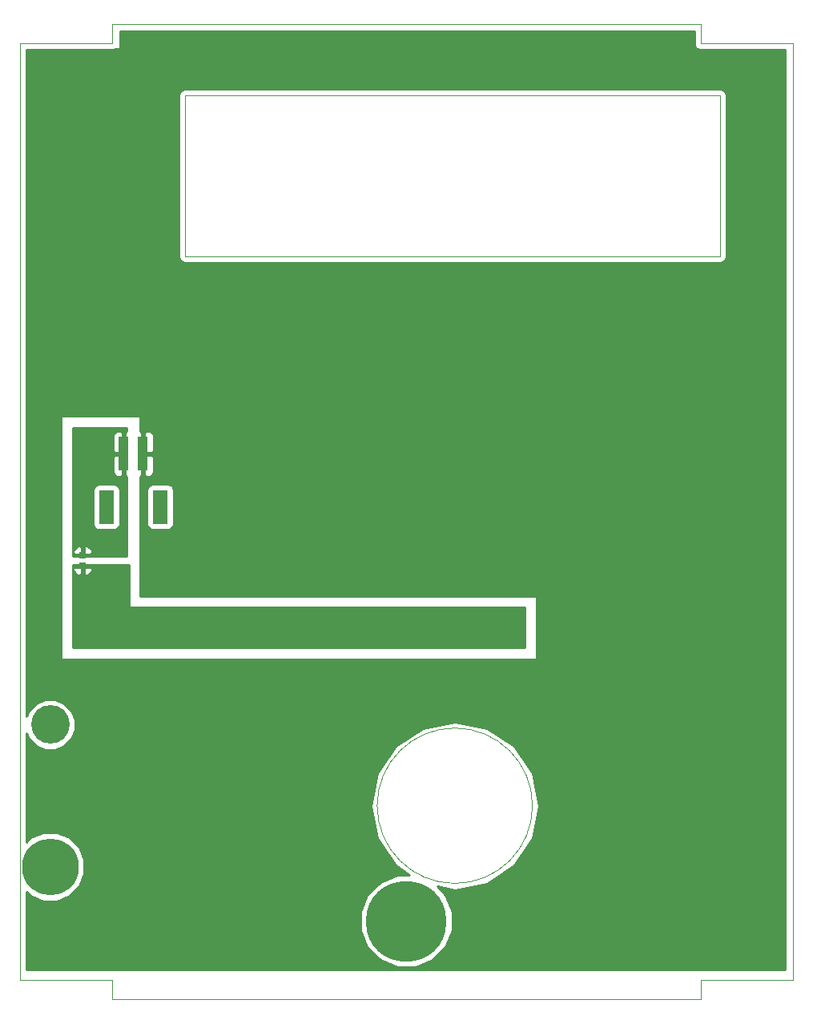
<source format=gbl>
G04 #@! TF.FileFunction,Copper,L2,Bot,Signal*
%FSLAX46Y46*%
G04 Gerber Fmt 4.6, Leading zero omitted, Abs format (unit mm)*
G04 Created by KiCad (PCBNEW (after 2015-mar-04 BZR unknown)-product) date Wed 15 Apr 2015 11:51:05 AM CDT*
%MOMM*%
G01*
G04 APERTURE LIST*
%ADD10C,0.150000*%
%ADD11C,0.099060*%
%ADD12C,4.064000*%
%ADD13C,5.999480*%
%ADD14R,1.016000X3.556000*%
%ADD15R,1.524000X3.556000*%
%ADD16C,8.498840*%
%ADD17R,0.701040X0.701040*%
%ADD18C,0.889000*%
%ADD19C,0.381000*%
%ADD20C,0.203200*%
%ADD21C,0.254000*%
G04 APERTURE END LIST*
D10*
D11*
X69171820Y-64648080D02*
X69171820Y-62638940D01*
X59420760Y-64648080D02*
X69171820Y-64648080D01*
X131396740Y-64648080D02*
X141150340Y-64648080D01*
X131396740Y-62638940D02*
X131396740Y-64648080D01*
X113609750Y-145200000D02*
G75*
G03X113609750Y-145200000I-8209750J0D01*
G01*
X69171820Y-62638940D02*
X131396740Y-62638940D01*
X131391660Y-163639500D02*
X131391660Y-165638480D01*
X69171820Y-163639500D02*
X69171820Y-165638480D01*
X131391660Y-165638480D02*
X69171820Y-165638480D01*
X76921360Y-70139560D02*
X76921360Y-87139780D01*
X133421120Y-70139560D02*
X133421120Y-87139780D01*
X76921360Y-70139560D02*
X133421120Y-70139560D01*
X133421120Y-87139780D02*
X76921360Y-87139780D01*
X141150340Y-163639500D02*
X131391660Y-163639500D01*
X141150340Y-64648080D02*
X141150340Y-163639500D01*
X59420760Y-163639500D02*
X59420760Y-64648080D01*
X59420760Y-163639500D02*
X69171820Y-163639500D01*
D12*
X62621160Y-136639300D03*
D13*
X62621160Y-151638000D03*
D14*
X70403720Y-108000800D03*
X72435720Y-108000800D03*
D15*
X74264520Y-113639600D03*
X68574920Y-113639600D03*
D16*
X100281740Y-157388560D03*
D17*
X66050160Y-119842280D03*
X66050160Y-118739920D03*
D18*
X136000000Y-75000000D03*
X138000000Y-75000000D03*
X138000000Y-77000000D03*
X136000000Y-77000000D03*
X136000000Y-79000000D03*
X138000000Y-79000000D03*
X138000000Y-81000000D03*
X136000000Y-81000000D03*
X70000000Y-77000000D03*
X70000000Y-75000000D03*
X68000000Y-75000000D03*
X68000000Y-77000000D03*
X66000000Y-77000000D03*
X66000000Y-75000000D03*
X64000000Y-75000000D03*
X64000000Y-77000000D03*
X123000000Y-118000000D03*
X117000000Y-118000000D03*
X119000000Y-118000000D03*
X121000000Y-118000000D03*
X76500000Y-117000000D03*
X78500000Y-117000000D03*
X80500000Y-117000000D03*
X82500000Y-117000000D03*
X122500000Y-99000000D03*
X77500000Y-99000000D03*
X79500000Y-99000000D03*
X81500000Y-99000000D03*
X83500000Y-99000000D03*
X120300000Y-139900000D03*
X120300000Y-137900000D03*
X120300000Y-136000000D03*
X120300000Y-141900000D03*
X120300000Y-143900000D03*
X76400000Y-141000000D03*
X76400000Y-139100000D03*
X76400000Y-137100000D03*
X76500000Y-142900000D03*
X76500000Y-145000000D03*
X69500000Y-125500000D03*
X68000000Y-125500000D03*
X68000000Y-127000000D03*
X66500000Y-127000000D03*
X66500000Y-125500000D03*
X69500000Y-127000000D03*
X109000000Y-125000000D03*
X112000000Y-125000000D03*
X110500000Y-125000000D03*
X107500000Y-125000000D03*
X107500000Y-126500000D03*
X107500000Y-128000000D03*
X106000000Y-128000000D03*
X106000000Y-126500000D03*
X106000000Y-125000000D03*
D19*
X125500000Y-94000000D02*
X125500000Y-96000000D01*
X130500000Y-94000000D02*
X136000000Y-88500000D01*
X136000000Y-88500000D02*
X136000000Y-75000000D01*
X138000000Y-75000000D02*
X138000000Y-77000000D01*
X136000000Y-77000000D02*
X136000000Y-79000000D01*
X138000000Y-79000000D02*
X138000000Y-81000000D01*
X125500000Y-94000000D02*
X130500000Y-94000000D01*
X125500000Y-96000000D02*
X122500000Y-99000000D01*
X70000000Y-75000000D02*
X70000000Y-77000000D01*
X67500000Y-75500000D02*
X68000000Y-75000000D01*
X67500000Y-76500000D02*
X67500000Y-75500000D01*
X68000000Y-77000000D02*
X67500000Y-76500000D01*
X66000000Y-75000000D02*
X66000000Y-77000000D01*
X64000000Y-77000000D02*
X64000000Y-75000000D01*
X121000000Y-118000000D02*
X123000000Y-118000000D01*
X121000000Y-118000000D02*
X119000000Y-118000000D01*
X78500000Y-117000000D02*
X76500000Y-117000000D01*
X82500000Y-117000000D02*
X80500000Y-117000000D01*
X79500000Y-99000000D02*
X77500000Y-99000000D01*
X83500000Y-99000000D02*
X81500000Y-99000000D01*
X120300000Y-139900000D02*
X120300000Y-137900000D01*
X120300000Y-136000000D02*
X120300000Y-141900000D01*
X76400000Y-141000000D02*
X76400000Y-139100000D01*
X76400000Y-137100000D02*
X76500000Y-137200000D01*
X76500000Y-137200000D02*
X76500000Y-142900000D01*
D20*
X69500000Y-125500000D02*
X68000000Y-125500000D01*
X68000000Y-127000000D02*
X66500000Y-127000000D01*
X109000000Y-125000000D02*
X110500000Y-125000000D01*
X107500000Y-126500000D02*
X107500000Y-125000000D01*
X106000000Y-128000000D02*
X107500000Y-128000000D01*
X106000000Y-125000000D02*
X106000000Y-126500000D01*
D21*
G36*
X140294360Y-162511740D02*
X134105650Y-162511740D01*
X134105650Y-87139780D01*
X134105650Y-70139560D01*
X134053543Y-69877602D01*
X133905156Y-69655524D01*
X133683078Y-69507137D01*
X133421120Y-69455030D01*
X76921360Y-69455030D01*
X76659402Y-69507137D01*
X76437324Y-69655524D01*
X76288937Y-69877602D01*
X76236830Y-70139560D01*
X76236830Y-87139780D01*
X76288937Y-87401738D01*
X76437324Y-87623816D01*
X76659402Y-87772203D01*
X76921360Y-87824310D01*
X133421120Y-87824310D01*
X133683078Y-87772203D01*
X133905156Y-87623816D01*
X134053543Y-87401738D01*
X134105650Y-87139780D01*
X134105650Y-162511740D01*
X114294280Y-162511740D01*
X114294280Y-145200000D01*
X114048540Y-143964581D01*
X114048540Y-129766060D01*
X114048540Y-123012200D01*
X75673960Y-123012200D01*
X75673960Y-115417600D01*
X75673960Y-111861600D01*
X75626983Y-111619477D01*
X75487193Y-111406673D01*
X75276160Y-111264223D01*
X75026520Y-111214160D01*
X73578720Y-111214160D01*
X73578720Y-109905110D01*
X73578720Y-109652491D01*
X73578720Y-108286550D01*
X73578720Y-107715050D01*
X73578720Y-106349109D01*
X73578720Y-106096490D01*
X73482047Y-105863101D01*
X73303418Y-105684473D01*
X73070029Y-105587800D01*
X72721470Y-105587800D01*
X72562720Y-105746550D01*
X72562720Y-107873800D01*
X73419970Y-107873800D01*
X73578720Y-107715050D01*
X73578720Y-108286550D01*
X73419970Y-108127800D01*
X72562720Y-108127800D01*
X72562720Y-110255050D01*
X72721470Y-110413800D01*
X73070029Y-110413800D01*
X73303418Y-110317127D01*
X73482047Y-110138499D01*
X73578720Y-109905110D01*
X73578720Y-111214160D01*
X73502520Y-111214160D01*
X73260397Y-111261137D01*
X73047593Y-111400927D01*
X72905143Y-111611960D01*
X72855080Y-111861600D01*
X72855080Y-115417600D01*
X72902057Y-115659723D01*
X73041847Y-115872527D01*
X73252880Y-116014977D01*
X73502520Y-116065040D01*
X75026520Y-116065040D01*
X75268643Y-116018063D01*
X75481447Y-115878273D01*
X75623897Y-115667240D01*
X75673960Y-115417600D01*
X75673960Y-123012200D01*
X72148700Y-123012200D01*
X72148700Y-110413800D01*
X72149970Y-110413800D01*
X72308720Y-110255050D01*
X72308720Y-108127800D01*
X72288720Y-108127800D01*
X72288720Y-107873800D01*
X72308720Y-107873800D01*
X72308720Y-105746550D01*
X72149970Y-105587800D01*
X72148700Y-105587800D01*
X72148700Y-104013000D01*
X63794640Y-104013000D01*
X63794640Y-129766060D01*
X114048540Y-129766060D01*
X114048540Y-143964581D01*
X113617243Y-141796306D01*
X111689206Y-138910794D01*
X108803694Y-136982757D01*
X105400000Y-136305720D01*
X101996306Y-136982757D01*
X99110794Y-138910794D01*
X97182757Y-141796306D01*
X96505720Y-145200000D01*
X97182757Y-148603694D01*
X99110794Y-151489206D01*
X100630203Y-152504442D01*
X99314431Y-152503294D01*
X97518553Y-153245336D01*
X96143345Y-154618146D01*
X95398170Y-156412726D01*
X95396474Y-158355869D01*
X96138516Y-160151747D01*
X97511326Y-161526955D01*
X99305906Y-162272130D01*
X101249049Y-162273826D01*
X103044927Y-161531784D01*
X104420135Y-160158974D01*
X105165310Y-158364394D01*
X105167006Y-156421251D01*
X104424964Y-154625373D01*
X103521863Y-153720695D01*
X105400000Y-154094280D01*
X108803694Y-153417243D01*
X111689206Y-151489206D01*
X113617243Y-148603694D01*
X114294280Y-145200000D01*
X114294280Y-162511740D01*
X60105290Y-162511740D01*
X60105290Y-154262525D01*
X60559557Y-154717586D01*
X61894994Y-155272108D01*
X63340983Y-155273370D01*
X64677385Y-154721180D01*
X65700746Y-153699603D01*
X66255268Y-152364166D01*
X66256530Y-150918177D01*
X65704340Y-149581775D01*
X64682763Y-148558414D01*
X63347326Y-148003892D01*
X61901337Y-148002630D01*
X60564935Y-148554820D01*
X60105290Y-149013663D01*
X60105290Y-137534352D01*
X60358869Y-138148061D01*
X61108453Y-138898955D01*
X62088333Y-139305836D01*
X63149332Y-139306762D01*
X64129921Y-138901591D01*
X64880815Y-138152007D01*
X65287696Y-137172127D01*
X65288622Y-136111128D01*
X64883451Y-135130539D01*
X64133867Y-134379645D01*
X63153987Y-133972764D01*
X62092988Y-133971838D01*
X61112399Y-134377009D01*
X60361505Y-135126593D01*
X60105290Y-135743628D01*
X60105290Y-65332610D01*
X69171820Y-65332610D01*
X69433778Y-65280503D01*
X69456531Y-65265300D01*
X70048120Y-65265300D01*
X70048120Y-63323470D01*
X130712210Y-63323470D01*
X130712210Y-64648080D01*
X130764317Y-64910038D01*
X130794760Y-64955599D01*
X130794760Y-65265300D01*
X131112028Y-65265300D01*
X131134782Y-65280503D01*
X131396740Y-65332610D01*
X140294360Y-65332610D01*
X140294360Y-162511740D01*
X140294360Y-162511740D01*
G37*
X140294360Y-162511740D02*
X134105650Y-162511740D01*
X134105650Y-87139780D01*
X134105650Y-70139560D01*
X134053543Y-69877602D01*
X133905156Y-69655524D01*
X133683078Y-69507137D01*
X133421120Y-69455030D01*
X76921360Y-69455030D01*
X76659402Y-69507137D01*
X76437324Y-69655524D01*
X76288937Y-69877602D01*
X76236830Y-70139560D01*
X76236830Y-87139780D01*
X76288937Y-87401738D01*
X76437324Y-87623816D01*
X76659402Y-87772203D01*
X76921360Y-87824310D01*
X133421120Y-87824310D01*
X133683078Y-87772203D01*
X133905156Y-87623816D01*
X134053543Y-87401738D01*
X134105650Y-87139780D01*
X134105650Y-162511740D01*
X114294280Y-162511740D01*
X114294280Y-145200000D01*
X114048540Y-143964581D01*
X114048540Y-129766060D01*
X114048540Y-123012200D01*
X75673960Y-123012200D01*
X75673960Y-115417600D01*
X75673960Y-111861600D01*
X75626983Y-111619477D01*
X75487193Y-111406673D01*
X75276160Y-111264223D01*
X75026520Y-111214160D01*
X73578720Y-111214160D01*
X73578720Y-109905110D01*
X73578720Y-109652491D01*
X73578720Y-108286550D01*
X73578720Y-107715050D01*
X73578720Y-106349109D01*
X73578720Y-106096490D01*
X73482047Y-105863101D01*
X73303418Y-105684473D01*
X73070029Y-105587800D01*
X72721470Y-105587800D01*
X72562720Y-105746550D01*
X72562720Y-107873800D01*
X73419970Y-107873800D01*
X73578720Y-107715050D01*
X73578720Y-108286550D01*
X73419970Y-108127800D01*
X72562720Y-108127800D01*
X72562720Y-110255050D01*
X72721470Y-110413800D01*
X73070029Y-110413800D01*
X73303418Y-110317127D01*
X73482047Y-110138499D01*
X73578720Y-109905110D01*
X73578720Y-111214160D01*
X73502520Y-111214160D01*
X73260397Y-111261137D01*
X73047593Y-111400927D01*
X72905143Y-111611960D01*
X72855080Y-111861600D01*
X72855080Y-115417600D01*
X72902057Y-115659723D01*
X73041847Y-115872527D01*
X73252880Y-116014977D01*
X73502520Y-116065040D01*
X75026520Y-116065040D01*
X75268643Y-116018063D01*
X75481447Y-115878273D01*
X75623897Y-115667240D01*
X75673960Y-115417600D01*
X75673960Y-123012200D01*
X72148700Y-123012200D01*
X72148700Y-110413800D01*
X72149970Y-110413800D01*
X72308720Y-110255050D01*
X72308720Y-108127800D01*
X72288720Y-108127800D01*
X72288720Y-107873800D01*
X72308720Y-107873800D01*
X72308720Y-105746550D01*
X72149970Y-105587800D01*
X72148700Y-105587800D01*
X72148700Y-104013000D01*
X63794640Y-104013000D01*
X63794640Y-129766060D01*
X114048540Y-129766060D01*
X114048540Y-143964581D01*
X113617243Y-141796306D01*
X111689206Y-138910794D01*
X108803694Y-136982757D01*
X105400000Y-136305720D01*
X101996306Y-136982757D01*
X99110794Y-138910794D01*
X97182757Y-141796306D01*
X96505720Y-145200000D01*
X97182757Y-148603694D01*
X99110794Y-151489206D01*
X100630203Y-152504442D01*
X99314431Y-152503294D01*
X97518553Y-153245336D01*
X96143345Y-154618146D01*
X95398170Y-156412726D01*
X95396474Y-158355869D01*
X96138516Y-160151747D01*
X97511326Y-161526955D01*
X99305906Y-162272130D01*
X101249049Y-162273826D01*
X103044927Y-161531784D01*
X104420135Y-160158974D01*
X105165310Y-158364394D01*
X105167006Y-156421251D01*
X104424964Y-154625373D01*
X103521863Y-153720695D01*
X105400000Y-154094280D01*
X108803694Y-153417243D01*
X111689206Y-151489206D01*
X113617243Y-148603694D01*
X114294280Y-145200000D01*
X114294280Y-162511740D01*
X60105290Y-162511740D01*
X60105290Y-154262525D01*
X60559557Y-154717586D01*
X61894994Y-155272108D01*
X63340983Y-155273370D01*
X64677385Y-154721180D01*
X65700746Y-153699603D01*
X66255268Y-152364166D01*
X66256530Y-150918177D01*
X65704340Y-149581775D01*
X64682763Y-148558414D01*
X63347326Y-148003892D01*
X61901337Y-148002630D01*
X60564935Y-148554820D01*
X60105290Y-149013663D01*
X60105290Y-137534352D01*
X60358869Y-138148061D01*
X61108453Y-138898955D01*
X62088333Y-139305836D01*
X63149332Y-139306762D01*
X64129921Y-138901591D01*
X64880815Y-138152007D01*
X65287696Y-137172127D01*
X65288622Y-136111128D01*
X64883451Y-135130539D01*
X64133867Y-134379645D01*
X63153987Y-133972764D01*
X62092988Y-133971838D01*
X61112399Y-134377009D01*
X60361505Y-135126593D01*
X60105290Y-135743628D01*
X60105290Y-65332610D01*
X69171820Y-65332610D01*
X69433778Y-65280503D01*
X69456531Y-65265300D01*
X70048120Y-65265300D01*
X70048120Y-63323470D01*
X130712210Y-63323470D01*
X130712210Y-64648080D01*
X130764317Y-64910038D01*
X130794760Y-64955599D01*
X130794760Y-65265300D01*
X131112028Y-65265300D01*
X131134782Y-65280503D01*
X131396740Y-65332610D01*
X140294360Y-65332610D01*
X140294360Y-162511740D01*
G36*
X112793780Y-128511300D02*
X67035680Y-128511300D01*
X67035680Y-120319109D01*
X67035680Y-120128030D01*
X66876930Y-119969280D01*
X66177160Y-119969280D01*
X66177160Y-120669050D01*
X66335910Y-120827800D01*
X66526990Y-120827800D01*
X66760379Y-120731127D01*
X66939007Y-120552498D01*
X67035680Y-120319109D01*
X67035680Y-128511300D01*
X65923160Y-128511300D01*
X65923160Y-120669050D01*
X65923160Y-119969280D01*
X65223390Y-119969280D01*
X65064640Y-120128030D01*
X65064640Y-120319109D01*
X65161313Y-120552498D01*
X65339941Y-120731127D01*
X65573330Y-120827800D01*
X65764410Y-120827800D01*
X65923160Y-120669050D01*
X65923160Y-128511300D01*
X65046860Y-128511300D01*
X65046860Y-119766080D01*
X70993000Y-119766080D01*
X70993000Y-124266960D01*
X112793780Y-124266960D01*
X112793780Y-128511300D01*
X112793780Y-128511300D01*
G37*
X112793780Y-128511300D02*
X67035680Y-128511300D01*
X67035680Y-120319109D01*
X67035680Y-120128030D01*
X66876930Y-119969280D01*
X66177160Y-119969280D01*
X66177160Y-120669050D01*
X66335910Y-120827800D01*
X66526990Y-120827800D01*
X66760379Y-120731127D01*
X66939007Y-120552498D01*
X67035680Y-120319109D01*
X67035680Y-128511300D01*
X65923160Y-128511300D01*
X65923160Y-120669050D01*
X65923160Y-119969280D01*
X65223390Y-119969280D01*
X65064640Y-120128030D01*
X65064640Y-120319109D01*
X65161313Y-120552498D01*
X65339941Y-120731127D01*
X65573330Y-120827800D01*
X65764410Y-120827800D01*
X65923160Y-120669050D01*
X65923160Y-128511300D01*
X65046860Y-128511300D01*
X65046860Y-119766080D01*
X70993000Y-119766080D01*
X70993000Y-124266960D01*
X112793780Y-124266960D01*
X112793780Y-128511300D01*
G36*
X70693280Y-118811040D02*
X70276720Y-118811040D01*
X70276720Y-110255050D01*
X70276720Y-108127800D01*
X70276720Y-107873800D01*
X70276720Y-105746550D01*
X70117970Y-105587800D01*
X69769411Y-105587800D01*
X69536022Y-105684473D01*
X69357393Y-105863101D01*
X69260720Y-106096490D01*
X69260720Y-106349109D01*
X69260720Y-107715050D01*
X69419470Y-107873800D01*
X70276720Y-107873800D01*
X70276720Y-108127800D01*
X69419470Y-108127800D01*
X69260720Y-108286550D01*
X69260720Y-109652491D01*
X69260720Y-109905110D01*
X69357393Y-110138499D01*
X69536022Y-110317127D01*
X69769411Y-110413800D01*
X70117970Y-110413800D01*
X70276720Y-110255050D01*
X70276720Y-118811040D01*
X69984360Y-118811040D01*
X69984360Y-115417600D01*
X69984360Y-111861600D01*
X69937383Y-111619477D01*
X69797593Y-111406673D01*
X69586560Y-111264223D01*
X69336920Y-111214160D01*
X67812920Y-111214160D01*
X67570797Y-111261137D01*
X67357993Y-111400927D01*
X67215543Y-111611960D01*
X67165480Y-111861600D01*
X67165480Y-115417600D01*
X67212457Y-115659723D01*
X67352247Y-115872527D01*
X67563280Y-116014977D01*
X67812920Y-116065040D01*
X69336920Y-116065040D01*
X69579043Y-116018063D01*
X69791847Y-115878273D01*
X69934297Y-115667240D01*
X69984360Y-115417600D01*
X69984360Y-118811040D01*
X67035680Y-118811040D01*
X67035680Y-118454170D01*
X67035680Y-118263091D01*
X66939007Y-118029702D01*
X66760379Y-117851073D01*
X66526990Y-117754400D01*
X66335910Y-117754400D01*
X66177160Y-117913150D01*
X66177160Y-118612920D01*
X66876930Y-118612920D01*
X67035680Y-118454170D01*
X67035680Y-118811040D01*
X65923160Y-118811040D01*
X65923160Y-118612920D01*
X65923160Y-117913150D01*
X65764410Y-117754400D01*
X65573330Y-117754400D01*
X65339941Y-117851073D01*
X65161313Y-118029702D01*
X65064640Y-118263091D01*
X65064640Y-118454170D01*
X65223390Y-118612920D01*
X65923160Y-118612920D01*
X65923160Y-118811040D01*
X65046860Y-118811040D01*
X65046860Y-105265220D01*
X70693280Y-105265220D01*
X70693280Y-105587800D01*
X70689470Y-105587800D01*
X70530720Y-105746550D01*
X70530720Y-107873800D01*
X70550720Y-107873800D01*
X70550720Y-108127800D01*
X70530720Y-108127800D01*
X70530720Y-110255050D01*
X70689470Y-110413800D01*
X70693280Y-110413800D01*
X70693280Y-118811040D01*
X70693280Y-118811040D01*
G37*
X70693280Y-118811040D02*
X70276720Y-118811040D01*
X70276720Y-110255050D01*
X70276720Y-108127800D01*
X70276720Y-107873800D01*
X70276720Y-105746550D01*
X70117970Y-105587800D01*
X69769411Y-105587800D01*
X69536022Y-105684473D01*
X69357393Y-105863101D01*
X69260720Y-106096490D01*
X69260720Y-106349109D01*
X69260720Y-107715050D01*
X69419470Y-107873800D01*
X70276720Y-107873800D01*
X70276720Y-108127800D01*
X69419470Y-108127800D01*
X69260720Y-108286550D01*
X69260720Y-109652491D01*
X69260720Y-109905110D01*
X69357393Y-110138499D01*
X69536022Y-110317127D01*
X69769411Y-110413800D01*
X70117970Y-110413800D01*
X70276720Y-110255050D01*
X70276720Y-118811040D01*
X69984360Y-118811040D01*
X69984360Y-115417600D01*
X69984360Y-111861600D01*
X69937383Y-111619477D01*
X69797593Y-111406673D01*
X69586560Y-111264223D01*
X69336920Y-111214160D01*
X67812920Y-111214160D01*
X67570797Y-111261137D01*
X67357993Y-111400927D01*
X67215543Y-111611960D01*
X67165480Y-111861600D01*
X67165480Y-115417600D01*
X67212457Y-115659723D01*
X67352247Y-115872527D01*
X67563280Y-116014977D01*
X67812920Y-116065040D01*
X69336920Y-116065040D01*
X69579043Y-116018063D01*
X69791847Y-115878273D01*
X69934297Y-115667240D01*
X69984360Y-115417600D01*
X69984360Y-118811040D01*
X67035680Y-118811040D01*
X67035680Y-118454170D01*
X67035680Y-118263091D01*
X66939007Y-118029702D01*
X66760379Y-117851073D01*
X66526990Y-117754400D01*
X66335910Y-117754400D01*
X66177160Y-117913150D01*
X66177160Y-118612920D01*
X66876930Y-118612920D01*
X67035680Y-118454170D01*
X67035680Y-118811040D01*
X65923160Y-118811040D01*
X65923160Y-118612920D01*
X65923160Y-117913150D01*
X65764410Y-117754400D01*
X65573330Y-117754400D01*
X65339941Y-117851073D01*
X65161313Y-118029702D01*
X65064640Y-118263091D01*
X65064640Y-118454170D01*
X65223390Y-118612920D01*
X65923160Y-118612920D01*
X65923160Y-118811040D01*
X65046860Y-118811040D01*
X65046860Y-105265220D01*
X70693280Y-105265220D01*
X70693280Y-105587800D01*
X70689470Y-105587800D01*
X70530720Y-105746550D01*
X70530720Y-107873800D01*
X70550720Y-107873800D01*
X70550720Y-108127800D01*
X70530720Y-108127800D01*
X70530720Y-110255050D01*
X70689470Y-110413800D01*
X70693280Y-110413800D01*
X70693280Y-118811040D01*
M02*

</source>
